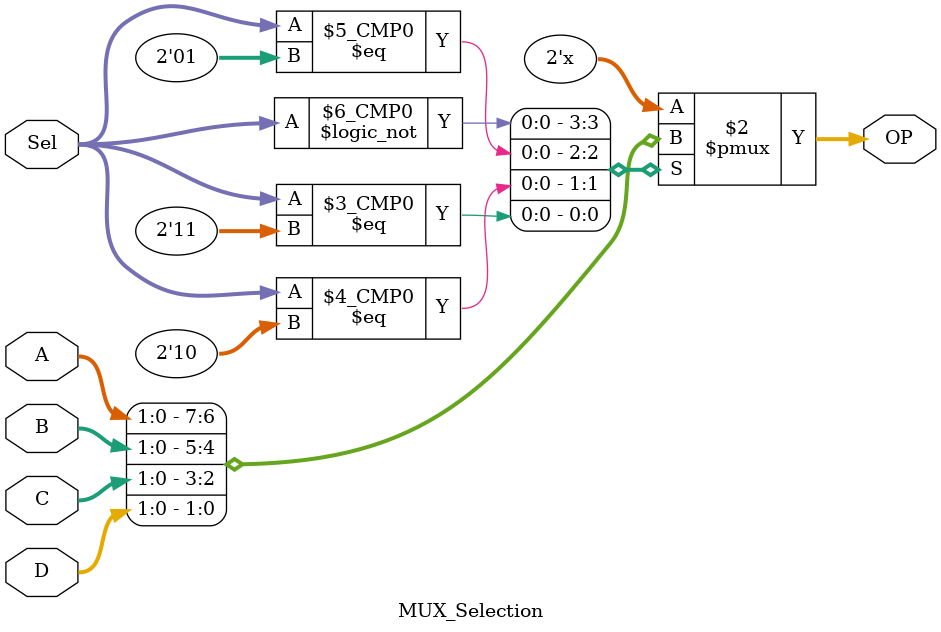
<source format=v>
`timescale 1ns / 1ps


module  MUX_Selection #(parameter Data_length = 1) (//4 to 1 multiplexer with custom length
    input [Data_length : 0] A,//1st input
    input [Data_length : 0] B,//2nd input
    input [Data_length : 0] C,//3rd input
    input [Data_length : 0] D,//4th input
    input [1 : 0] Sel,//select line
    output reg [Data_length:0] OP//multiplexed answer
    );
    always @ (*) begin//logic at behavior level
        case(Sel)//case for multiplex
        2'b00: OP = A;//first condition
        2'b01: OP = B;//secend condition
        2'b10: OP = C;//third condition
        2'b11: OP = D;//fourth condition
        endcase
    end
endmodule

</source>
